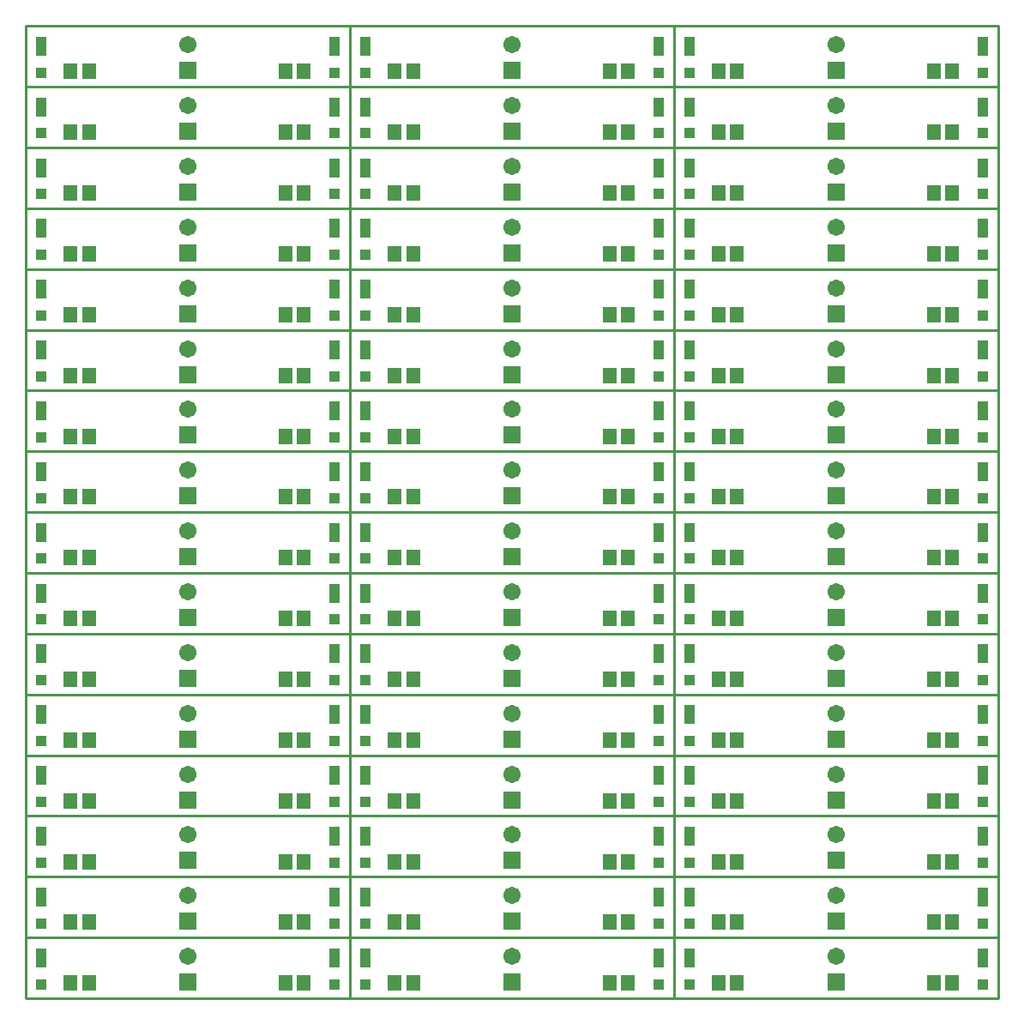
<source format=gts>
G04 Layer_Color=8388736*
%FSLAX24Y24*%
%MOIN*%
G70*
G01*
G75*
%ADD13C,0.0100*%
%ADD18R,0.0552X0.0631*%
%ADD19R,0.0391X0.0749*%
%ADD20R,0.0391X0.0395*%
%ADD21C,0.0671*%
%ADD22R,0.0671X0.0671*%
D13*
X19550Y3900D02*
Y41700D01*
X57350D01*
Y3900D02*
Y41700D01*
X19550Y3900D02*
X57350D01*
X19550D02*
Y6262D01*
X32148D01*
X19550Y3900D02*
X32148D01*
Y6262D01*
Y3900D02*
Y6262D01*
X44747D01*
X32148Y3900D02*
X44747D01*
Y6262D01*
Y3900D02*
Y6262D01*
X57345D01*
X44747Y3900D02*
X57345D01*
Y6262D01*
X19550D02*
Y8624D01*
X32148D01*
X19550Y6262D02*
X32148D01*
Y8624D01*
Y6262D02*
Y8624D01*
X44747D01*
X32148Y6262D02*
X44747D01*
Y8624D01*
Y6262D02*
Y8624D01*
X57345D01*
X44747Y6262D02*
X57345D01*
Y8624D01*
X19550D02*
Y10987D01*
X32148D01*
X19550Y8624D02*
X32148D01*
Y10987D01*
Y8624D02*
Y10987D01*
X44747D01*
X32148Y8624D02*
X44747D01*
Y10987D01*
Y8624D02*
Y10987D01*
X57345D01*
X44747Y8624D02*
X57345D01*
Y10987D01*
X19550D02*
Y13349D01*
X32148D01*
X19550Y10987D02*
X32148D01*
Y13349D01*
Y10987D02*
Y13349D01*
X44747D01*
X32148Y10987D02*
X44747D01*
Y13349D01*
Y10987D02*
Y13349D01*
X57345D01*
X44747Y10987D02*
X57345D01*
Y13349D01*
X19550D02*
Y15711D01*
X32148D01*
X19550Y13349D02*
X32148D01*
Y15711D01*
Y13349D02*
Y15711D01*
X44747D01*
X32148Y13349D02*
X44747D01*
Y15711D01*
Y13349D02*
Y15711D01*
X57345D01*
X44747Y13349D02*
X57345D01*
Y15711D01*
X19550D02*
Y18073D01*
X32148D01*
X19550Y15711D02*
X32148D01*
Y18073D01*
Y15711D02*
Y18073D01*
X44747D01*
X32148Y15711D02*
X44747D01*
Y18073D01*
Y15711D02*
Y18073D01*
X57345D01*
X44747Y15711D02*
X57345D01*
Y18073D01*
X19550D02*
Y20435D01*
X32148D01*
X19550Y18073D02*
X32148D01*
Y20435D01*
Y18073D02*
Y20435D01*
X44747D01*
X32148Y18073D02*
X44747D01*
Y20435D01*
Y18073D02*
Y20435D01*
X57345D01*
X44747Y18073D02*
X57345D01*
Y20435D01*
X19550D02*
Y22798D01*
X32148D01*
X19550Y20435D02*
X32148D01*
Y22798D01*
Y20435D02*
Y22798D01*
X44747D01*
X32148Y20435D02*
X44747D01*
Y22798D01*
Y20435D02*
Y22798D01*
X57345D01*
X44747Y20435D02*
X57345D01*
Y22798D01*
X19550D02*
Y25160D01*
X32148D01*
X19550Y22798D02*
X32148D01*
Y25160D01*
Y22798D02*
Y25160D01*
X44747D01*
X32148Y22798D02*
X44747D01*
Y25160D01*
Y22798D02*
Y25160D01*
X57345D01*
X44747Y22798D02*
X57345D01*
Y25160D01*
X19550D02*
Y27522D01*
X32148D01*
X19550Y25160D02*
X32148D01*
Y27522D01*
Y25160D02*
Y27522D01*
X44747D01*
X32148Y25160D02*
X44747D01*
Y27522D01*
Y25160D02*
Y27522D01*
X57345D01*
X44747Y25160D02*
X57345D01*
Y27522D01*
X19550D02*
Y29884D01*
X32148D01*
X19550Y27522D02*
X32148D01*
Y29884D01*
Y27522D02*
Y29884D01*
X44747D01*
X32148Y27522D02*
X44747D01*
Y29884D01*
Y27522D02*
Y29884D01*
X57345D01*
X44747Y27522D02*
X57345D01*
Y29884D01*
X19550D02*
Y32246D01*
X32148D01*
X19550Y29884D02*
X32148D01*
Y32246D01*
Y29884D02*
Y32246D01*
X44747D01*
X32148Y29884D02*
X44747D01*
Y32246D01*
Y29884D02*
Y32246D01*
X57345D01*
X44747Y29884D02*
X57345D01*
Y32246D01*
X19550D02*
Y34609D01*
X32148D01*
X19550Y32246D02*
X32148D01*
Y34609D01*
Y32246D02*
Y34609D01*
X44747D01*
X32148Y32246D02*
X44747D01*
Y34609D01*
Y32246D02*
Y34609D01*
X57345D01*
X44747Y32246D02*
X57345D01*
Y34609D01*
X19550D02*
Y36971D01*
X32148D01*
X19550Y34609D02*
X32148D01*
Y36971D01*
Y34609D02*
Y36971D01*
X44747D01*
X32148Y34609D02*
X44747D01*
Y36971D01*
Y34609D02*
Y36971D01*
X57345D01*
X44747Y34609D02*
X57345D01*
Y36971D01*
X19550D02*
Y39333D01*
X32148D01*
X19550Y36971D02*
X32148D01*
Y39333D01*
Y36971D02*
Y39333D01*
X44747D01*
X32148Y36971D02*
X44747D01*
Y39333D01*
Y36971D02*
Y39333D01*
X57345D01*
X44747Y36971D02*
X57345D01*
Y39333D01*
X19550D02*
Y41695D01*
X32148D01*
X19550Y39333D02*
X32148D01*
Y41695D01*
Y39333D02*
Y41695D01*
X44747D01*
X32148Y39333D02*
X44747D01*
Y41695D01*
Y39333D02*
Y41695D01*
X57345D01*
X44747Y39333D02*
X57345D01*
Y41695D01*
D18*
X30354Y4491D02*
D03*
X29646D02*
D03*
X21296Y4491D02*
D03*
X22004D02*
D03*
X42953Y4491D02*
D03*
X42244D02*
D03*
X33894Y4491D02*
D03*
X34603D02*
D03*
X55551Y4491D02*
D03*
X54843D02*
D03*
X46493Y4491D02*
D03*
X47201D02*
D03*
X30354Y6853D02*
D03*
X29646D02*
D03*
X21296Y6853D02*
D03*
X22004D02*
D03*
X42953Y6853D02*
D03*
X42244D02*
D03*
X33894Y6853D02*
D03*
X34603D02*
D03*
X55551Y6853D02*
D03*
X54843D02*
D03*
X46493Y6853D02*
D03*
X47201D02*
D03*
X30354Y9215D02*
D03*
X29646D02*
D03*
X21296Y9215D02*
D03*
X22004D02*
D03*
X42953Y9215D02*
D03*
X42244D02*
D03*
X33894Y9215D02*
D03*
X34603D02*
D03*
X55551Y9215D02*
D03*
X54843D02*
D03*
X46493Y9215D02*
D03*
X47201D02*
D03*
X30354Y11577D02*
D03*
X29646D02*
D03*
X21296Y11577D02*
D03*
X22004D02*
D03*
X42953Y11577D02*
D03*
X42244D02*
D03*
X33894Y11577D02*
D03*
X34603D02*
D03*
X55551Y11577D02*
D03*
X54843D02*
D03*
X46493Y11577D02*
D03*
X47201D02*
D03*
X30354Y13939D02*
D03*
X29646D02*
D03*
X21296Y13939D02*
D03*
X22004D02*
D03*
X42953Y13939D02*
D03*
X42244D02*
D03*
X33894Y13939D02*
D03*
X34603D02*
D03*
X55551Y13939D02*
D03*
X54843D02*
D03*
X46493Y13939D02*
D03*
X47201D02*
D03*
X30354Y16302D02*
D03*
X29646D02*
D03*
X21296Y16302D02*
D03*
X22004D02*
D03*
X42953Y16302D02*
D03*
X42244D02*
D03*
X33894Y16302D02*
D03*
X34603D02*
D03*
X55551Y16302D02*
D03*
X54843D02*
D03*
X46493Y16302D02*
D03*
X47201D02*
D03*
X30354Y18664D02*
D03*
X29646D02*
D03*
X21296Y18664D02*
D03*
X22004D02*
D03*
X42953Y18664D02*
D03*
X42244D02*
D03*
X33894Y18664D02*
D03*
X34603D02*
D03*
X55551Y18664D02*
D03*
X54843D02*
D03*
X46493Y18664D02*
D03*
X47201D02*
D03*
X30354Y21026D02*
D03*
X29646D02*
D03*
X21296Y21026D02*
D03*
X22004D02*
D03*
X42953Y21026D02*
D03*
X42244D02*
D03*
X33894Y21026D02*
D03*
X34603D02*
D03*
X55551Y21026D02*
D03*
X54843D02*
D03*
X46493Y21026D02*
D03*
X47201D02*
D03*
X30354Y23388D02*
D03*
X29646D02*
D03*
X21296Y23388D02*
D03*
X22004D02*
D03*
X42953Y23388D02*
D03*
X42244D02*
D03*
X33894Y23388D02*
D03*
X34603D02*
D03*
X55551Y23388D02*
D03*
X54843D02*
D03*
X46493Y23388D02*
D03*
X47201D02*
D03*
X30354Y25750D02*
D03*
X29646D02*
D03*
X21296Y25750D02*
D03*
X22004D02*
D03*
X42953Y25750D02*
D03*
X42244D02*
D03*
X33894Y25750D02*
D03*
X34603D02*
D03*
X55551Y25750D02*
D03*
X54843D02*
D03*
X46493Y25750D02*
D03*
X47201D02*
D03*
X30354Y28113D02*
D03*
X29646D02*
D03*
X21296Y28113D02*
D03*
X22004D02*
D03*
X42953Y28113D02*
D03*
X42244D02*
D03*
X33894Y28113D02*
D03*
X34603D02*
D03*
X55551Y28113D02*
D03*
X54843D02*
D03*
X46493Y28113D02*
D03*
X47201D02*
D03*
X30354Y30475D02*
D03*
X29646D02*
D03*
X21296Y30475D02*
D03*
X22004D02*
D03*
X42953Y30475D02*
D03*
X42244D02*
D03*
X33894Y30475D02*
D03*
X34603D02*
D03*
X55551Y30475D02*
D03*
X54843D02*
D03*
X46493Y30475D02*
D03*
X47201D02*
D03*
X30354Y32837D02*
D03*
X29646D02*
D03*
X21296Y32837D02*
D03*
X22004D02*
D03*
X42953Y32837D02*
D03*
X42244D02*
D03*
X33894Y32837D02*
D03*
X34603D02*
D03*
X55551Y32837D02*
D03*
X54843D02*
D03*
X46493Y32837D02*
D03*
X47201D02*
D03*
X30354Y35199D02*
D03*
X29646D02*
D03*
X21296Y35199D02*
D03*
X22004D02*
D03*
X42953Y35199D02*
D03*
X42244D02*
D03*
X33894Y35199D02*
D03*
X34603D02*
D03*
X55551Y35199D02*
D03*
X54843D02*
D03*
X46493Y35199D02*
D03*
X47201D02*
D03*
X30354Y37561D02*
D03*
X29646D02*
D03*
X21296Y37561D02*
D03*
X22004D02*
D03*
X42953Y37561D02*
D03*
X42244D02*
D03*
X33894Y37561D02*
D03*
X34603D02*
D03*
X55551Y37561D02*
D03*
X54843D02*
D03*
X46493Y37561D02*
D03*
X47201D02*
D03*
X30354Y39924D02*
D03*
X29646D02*
D03*
X21296Y39924D02*
D03*
X22004D02*
D03*
X42953Y39924D02*
D03*
X42244D02*
D03*
X33894Y39924D02*
D03*
X34603D02*
D03*
X55551Y39924D02*
D03*
X54843D02*
D03*
X46493Y39924D02*
D03*
X47201D02*
D03*
D19*
X31558Y5475D02*
D03*
X20141D02*
D03*
X44156D02*
D03*
X32739D02*
D03*
X56755D02*
D03*
X45337D02*
D03*
X31558Y7837D02*
D03*
X20141D02*
D03*
X44156D02*
D03*
X32739D02*
D03*
X56755D02*
D03*
X45337D02*
D03*
X31558Y10199D02*
D03*
X20141D02*
D03*
X44156D02*
D03*
X32739D02*
D03*
X56755D02*
D03*
X45337D02*
D03*
X31558Y12561D02*
D03*
X20141D02*
D03*
X44156D02*
D03*
X32739D02*
D03*
X56755D02*
D03*
X45337D02*
D03*
X31558Y14924D02*
D03*
X20141D02*
D03*
X44156D02*
D03*
X32739D02*
D03*
X56755D02*
D03*
X45337D02*
D03*
X31558Y17286D02*
D03*
X20141D02*
D03*
X44156D02*
D03*
X32739D02*
D03*
X56755D02*
D03*
X45337D02*
D03*
X31558Y19648D02*
D03*
X20141D02*
D03*
X44156D02*
D03*
X32739D02*
D03*
X56755D02*
D03*
X45337D02*
D03*
X31558Y22010D02*
D03*
X20141D02*
D03*
X44156D02*
D03*
X32739D02*
D03*
X56755D02*
D03*
X45337D02*
D03*
X31558Y24372D02*
D03*
X20141D02*
D03*
X44156D02*
D03*
X32739D02*
D03*
X56755D02*
D03*
X45337D02*
D03*
X31558Y26735D02*
D03*
X20141D02*
D03*
X44156D02*
D03*
X32739D02*
D03*
X56755D02*
D03*
X45337D02*
D03*
X31558Y29097D02*
D03*
X20141D02*
D03*
X44156D02*
D03*
X32739D02*
D03*
X56755D02*
D03*
X45337D02*
D03*
X31558Y31459D02*
D03*
X20141D02*
D03*
X44156D02*
D03*
X32739D02*
D03*
X56755D02*
D03*
X45337D02*
D03*
X31558Y33821D02*
D03*
X20141D02*
D03*
X44156D02*
D03*
X32739D02*
D03*
X56755D02*
D03*
X45337D02*
D03*
X31558Y36183D02*
D03*
X20141D02*
D03*
X44156D02*
D03*
X32739D02*
D03*
X56755D02*
D03*
X45337D02*
D03*
X31558Y38546D02*
D03*
X20141D02*
D03*
X44156D02*
D03*
X32739D02*
D03*
X56755D02*
D03*
X45337D02*
D03*
X31558Y40908D02*
D03*
X20141D02*
D03*
X44156D02*
D03*
X32739D02*
D03*
X56755D02*
D03*
X45337D02*
D03*
D20*
X31558Y4451D02*
D03*
X20141D02*
D03*
X44156D02*
D03*
X32739D02*
D03*
X56755D02*
D03*
X45337D02*
D03*
X31558Y6813D02*
D03*
X20141D02*
D03*
X44156D02*
D03*
X32739D02*
D03*
X56755D02*
D03*
X45337D02*
D03*
X31558Y9176D02*
D03*
X20141D02*
D03*
X44156D02*
D03*
X32739D02*
D03*
X56755D02*
D03*
X45337D02*
D03*
X31558Y11538D02*
D03*
X20141D02*
D03*
X44156D02*
D03*
X32739D02*
D03*
X56755D02*
D03*
X45337D02*
D03*
X31558Y13900D02*
D03*
X20141D02*
D03*
X44156D02*
D03*
X32739D02*
D03*
X56755D02*
D03*
X45337D02*
D03*
X31558Y16262D02*
D03*
X20141D02*
D03*
X44156D02*
D03*
X32739D02*
D03*
X56755D02*
D03*
X45337D02*
D03*
X31558Y18624D02*
D03*
X20141D02*
D03*
X44156D02*
D03*
X32739D02*
D03*
X56755D02*
D03*
X45337D02*
D03*
X31558Y20987D02*
D03*
X20141D02*
D03*
X44156D02*
D03*
X32739D02*
D03*
X56755D02*
D03*
X45337D02*
D03*
X31558Y23349D02*
D03*
X20141D02*
D03*
X44156D02*
D03*
X32739D02*
D03*
X56755D02*
D03*
X45337D02*
D03*
X31558Y25711D02*
D03*
X20141D02*
D03*
X44156D02*
D03*
X32739D02*
D03*
X56755D02*
D03*
X45337D02*
D03*
X31558Y28073D02*
D03*
X20141D02*
D03*
X44156D02*
D03*
X32739D02*
D03*
X56755D02*
D03*
X45337D02*
D03*
X31558Y30435D02*
D03*
X20141D02*
D03*
X44156D02*
D03*
X32739D02*
D03*
X56755D02*
D03*
X45337D02*
D03*
X31558Y32798D02*
D03*
X20141D02*
D03*
X44156D02*
D03*
X32739D02*
D03*
X56755D02*
D03*
X45337D02*
D03*
X31558Y35160D02*
D03*
X20141D02*
D03*
X44156D02*
D03*
X32739D02*
D03*
X56755D02*
D03*
X45337D02*
D03*
X31558Y37522D02*
D03*
X20141D02*
D03*
X44156D02*
D03*
X32739D02*
D03*
X56755D02*
D03*
X45337D02*
D03*
X31558Y39884D02*
D03*
X20141D02*
D03*
X44156D02*
D03*
X32739D02*
D03*
X56755D02*
D03*
X45337D02*
D03*
D21*
X25849Y5530D02*
D03*
X38448D02*
D03*
X51046D02*
D03*
X25849Y7892D02*
D03*
X38448D02*
D03*
X51046D02*
D03*
X25849Y10254D02*
D03*
X38448D02*
D03*
X51046D02*
D03*
X25849Y12617D02*
D03*
X38448D02*
D03*
X51046D02*
D03*
X25849Y14979D02*
D03*
X38448D02*
D03*
X51046D02*
D03*
X25849Y17341D02*
D03*
X38448D02*
D03*
X51046D02*
D03*
X25849Y19703D02*
D03*
X38448D02*
D03*
X51046D02*
D03*
X25849Y22065D02*
D03*
X38448D02*
D03*
X51046D02*
D03*
X25849Y24428D02*
D03*
X38448D02*
D03*
X51046D02*
D03*
X25849Y26790D02*
D03*
X38448D02*
D03*
X51046D02*
D03*
X25849Y29152D02*
D03*
X38448D02*
D03*
X51046D02*
D03*
X25849Y31514D02*
D03*
X38448D02*
D03*
X51046D02*
D03*
X25849Y33876D02*
D03*
X38448D02*
D03*
X51046D02*
D03*
X25849Y36239D02*
D03*
X38448D02*
D03*
X51046D02*
D03*
X25849Y38601D02*
D03*
X38448D02*
D03*
X51046D02*
D03*
X25849Y40963D02*
D03*
X38448D02*
D03*
X51046D02*
D03*
D22*
X25849Y4530D02*
D03*
X38448D02*
D03*
X51046D02*
D03*
X25849Y6892D02*
D03*
X38448D02*
D03*
X51046D02*
D03*
X25849Y9254D02*
D03*
X38448D02*
D03*
X51046D02*
D03*
X25849Y11617D02*
D03*
X38448D02*
D03*
X51046D02*
D03*
X25849Y13979D02*
D03*
X38448D02*
D03*
X51046D02*
D03*
X25849Y16341D02*
D03*
X38448D02*
D03*
X51046D02*
D03*
X25849Y18703D02*
D03*
X38448D02*
D03*
X51046D02*
D03*
X25849Y21065D02*
D03*
X38448D02*
D03*
X51046D02*
D03*
X25849Y23428D02*
D03*
X38448D02*
D03*
X51046D02*
D03*
X25849Y25790D02*
D03*
X38448D02*
D03*
X51046D02*
D03*
X25849Y28152D02*
D03*
X38448D02*
D03*
X51046D02*
D03*
X25849Y30514D02*
D03*
X38448D02*
D03*
X51046D02*
D03*
X25849Y32876D02*
D03*
X38448D02*
D03*
X51046D02*
D03*
X25849Y35239D02*
D03*
X38448D02*
D03*
X51046D02*
D03*
X25849Y37601D02*
D03*
X38448D02*
D03*
X51046D02*
D03*
X25849Y39963D02*
D03*
X38448D02*
D03*
X51046D02*
D03*
M02*

</source>
